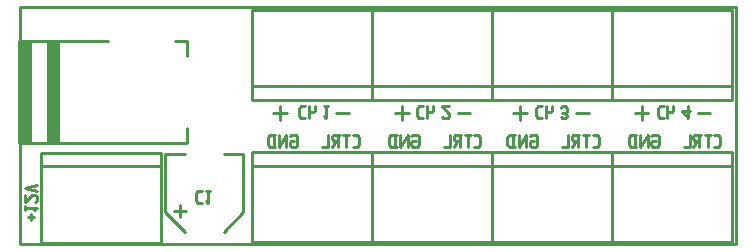
<source format=gbr>
G04 start of page 8 for group -4078 idx -4078 *
G04 Title: (unknown), bottomsilk *
G04 Creator: pcb 20110918 *
G04 CreationDate: Mon 25 Mar 2013 04:24:27 AM GMT UTC *
G04 For: ndholmes *
G04 Format: Gerber/RS-274X *
G04 PCB-Dimensions: 240000 80000 *
G04 PCB-Coordinate-Origin: lower left *
%MOIN*%
%FSLAX25Y25*%
%LNBOTTOMSILK*%
%ADD52C,0.0100*%
G54D52*X613Y79491D02*Y491D01*
X239113D01*
Y79491D01*
X613D01*
X186000Y44300D02*X190200D01*
X165000Y44400D02*X169600D01*
X167300Y42100D02*Y46700D01*
X191500Y33000D02*X192800D01*
X193500Y33700D02*X192800Y33000D01*
X193500Y33700D02*Y36300D01*
X192800Y37000D01*
X191500D02*X192800D01*
X188300D02*X190300D01*
X189300Y33000D02*Y37000D01*
X185100D02*X187100D01*
X185100D02*X184600Y36500D01*
Y35500D02*Y36500D01*
X185100Y35000D02*X184600Y35500D01*
X185100Y35000D02*X186600D01*
Y33000D02*Y37000D01*
X185800Y35000D02*X184600Y33000D01*
X183400D02*Y37000D01*
X181400Y33000D02*X183400D01*
X173313Y46491D02*X174613D01*
X172613Y45791D02*X173313Y46491D01*
X172613Y43191D02*Y45791D01*
Y43191D02*X173313Y42491D01*
X174613D01*
X175813D02*Y46491D01*
Y44991D02*X176313Y44491D01*
X177313D01*
X177813Y44991D01*
Y46491D01*
X180813Y42991D02*X181313Y42491D01*
X182313D01*
X182813Y42991D01*
X182313Y46491D02*X182813Y45991D01*
X181313Y46491D02*X182313D01*
X180813Y45991D02*X181313Y46491D01*
Y44291D02*X182313D01*
X182813Y42991D02*Y43791D01*
Y44791D02*Y45991D01*
Y44791D02*X182313Y44291D01*
X182813Y43791D02*X182313Y44291D01*
X226500Y44300D02*X230700D01*
X232000Y33000D02*X233300D01*
X234000Y33700D02*X233300Y33000D01*
X234000Y33700D02*Y36300D01*
X233300Y37000D01*
X232000D02*X233300D01*
X228800D02*X230800D01*
X229800Y33000D02*Y37000D01*
X225600D02*X227600D01*
X225600D02*X225100Y36500D01*
Y35500D02*Y36500D01*
X225600Y35000D02*X225100Y35500D01*
X225600Y35000D02*X227100D01*
Y33000D02*Y37000D01*
X226300Y35000D02*X225100Y33000D01*
X223900D02*Y37000D01*
X221900Y33000D02*X223900D01*
X171000Y37000D02*X170500Y36500D01*
X171000Y37000D02*X172500D01*
X173000Y36500D02*X172500Y37000D01*
X173000Y33500D02*Y36500D01*
Y33500D02*X172500Y33000D01*
X171000D02*X172500D01*
X171000D02*X170500Y33500D01*
Y34500D01*
X171000Y35000D02*X170500Y34500D01*
X171000Y35000D02*X172000D01*
X169300Y33000D02*Y37000D01*
X166800Y33000D01*
Y37000D01*
X165100Y33000D02*Y37000D01*
X163800D02*X163100Y36300D01*
Y33700D02*Y36300D01*
X163800Y33000D02*X163100Y33700D01*
X163800Y33000D02*X165600D01*
X163800Y37000D02*X165600D01*
X131513Y36991D02*X131013Y36491D01*
X131513Y36991D02*X133013D01*
X133513Y36491D02*X133013Y36991D01*
X133513Y33491D02*Y36491D01*
Y33491D02*X133013Y32991D01*
X131513D02*X133013D01*
X131513D02*X131013Y33491D01*
Y34491D01*
X131513Y34991D02*X131013Y34491D01*
X131513Y34991D02*X132513D01*
X129813Y32991D02*Y36991D01*
X127313Y32991D01*
Y36991D01*
X125613Y32991D02*Y36991D01*
X124313D02*X123613Y36291D01*
Y33691D02*Y36291D01*
X124313Y32991D02*X123613Y33691D01*
X124313Y32991D02*X126113D01*
X124313Y36991D02*X126113D01*
X152013Y32991D02*X153313D01*
X154013Y33691D02*X153313Y32991D01*
X154013Y33691D02*Y36291D01*
X153313Y36991D01*
X152013D02*X153313D01*
X148813D02*X150813D01*
X149813Y32991D02*Y36991D01*
X145613D02*X147613D01*
X145613D02*X145113Y36491D01*
Y35491D02*Y36491D01*
X145613Y34991D02*X145113Y35491D01*
X145613Y34991D02*X147113D01*
Y32991D02*Y36991D01*
X146313Y34991D02*X145113Y32991D01*
X143913D02*Y36991D01*
X141913Y32991D02*X143913D01*
X205500Y44400D02*X210100D01*
X207800Y42100D02*Y46700D01*
X211500Y37000D02*X211000Y36500D01*
X211500Y37000D02*X213000D01*
X213500Y36500D02*X213000Y37000D01*
X213500Y33500D02*Y36500D01*
Y33500D02*X213000Y33000D01*
X211500D02*X213000D01*
X211500D02*X211000Y33500D01*
Y34500D01*
X211500Y35000D02*X211000Y34500D01*
X211500Y35000D02*X212500D01*
X209800Y33000D02*Y37000D01*
X207300Y33000D01*
Y37000D01*
X205600Y33000D02*Y37000D01*
X204300D02*X203600Y36300D01*
Y33700D02*Y36300D01*
X204300Y33000D02*X203600Y33700D01*
X204300Y33000D02*X206100D01*
X204300Y37000D02*X206100D01*
X213813Y46491D02*X215113D01*
X213113Y45791D02*X213813Y46491D01*
X213113Y43191D02*Y45791D01*
Y43191D02*X213813Y42491D01*
X215113D01*
X216313D02*Y46491D01*
Y44991D02*X216813Y44491D01*
X217813D01*
X218313Y44991D01*
Y46491D01*
X221313Y44991D02*X223313Y42491D01*
X221313Y44991D02*X223813D01*
X223313Y42491D02*Y46491D01*
X91013Y36991D02*X90513Y36491D01*
X91013Y36991D02*X92513D01*
X93013Y36491D02*X92513Y36991D01*
X93013Y33491D02*Y36491D01*
Y33491D02*X92513Y32991D01*
X91013D02*X92513D01*
X91013D02*X90513Y33491D01*
Y34491D01*
X91013Y34991D02*X90513Y34491D01*
X91013Y34991D02*X92013D01*
X89313Y32991D02*Y36991D01*
X86813Y32991D01*
Y36991D01*
X85113Y32991D02*Y36991D01*
X83813D02*X83113Y36291D01*
Y33691D02*Y36291D01*
X83813Y32991D02*X83113Y33691D01*
X83813Y32991D02*X85613D01*
X83813Y36991D02*X85613D01*
X4113Y8691D02*Y10691D01*
X3113Y9691D02*X5113D01*
X5313Y11891D02*X6113Y12691D01*
X2113D02*X6113D01*
X2113Y11891D02*Y13391D01*
X5613Y14591D02*X6113Y15091D01*
Y16591D01*
X5613Y17091D01*
X4613D02*X5613D01*
X2113Y14591D02*X4613Y17091D01*
X2113Y14591D02*Y17091D01*
X6113Y18291D02*X2113Y19291D01*
X6113Y20291D01*
X111513Y32991D02*X112813D01*
X113513Y33691D02*X112813Y32991D01*
X113513Y33691D02*Y36291D01*
X112813Y36991D01*
X111513D02*X112813D01*
X108313D02*X110313D01*
X109313Y32991D02*Y36991D01*
X105113D02*X107113D01*
X105113D02*X104613Y36491D01*
Y35491D02*Y36491D01*
X105113Y34991D02*X104613Y35491D01*
X105113Y34991D02*X106613D01*
Y32991D02*Y36991D01*
X105813Y34991D02*X104613Y32991D01*
X103413D02*Y36991D01*
X101413Y32991D02*X103413D01*
X106013Y44291D02*X110213D01*
X85013Y44391D02*X89613D01*
X87313Y42091D02*Y46691D01*
X94313Y46491D02*X95613D01*
X93613Y45791D02*X94313Y46491D01*
X93613Y43191D02*Y45791D01*
Y43191D02*X94313Y42491D01*
X95613D01*
X96813D02*Y46491D01*
Y44991D02*X97313Y44491D01*
X98313D01*
X98813Y44991D01*
Y46491D01*
X101813Y43291D02*X102613Y42491D01*
Y46491D01*
X101813D02*X103313D01*
X125513Y44391D02*X130113D01*
X127813Y42091D02*Y46691D01*
X146513Y44291D02*X150713D01*
X133713Y46491D02*X135013D01*
X133013Y45791D02*X133713Y46491D01*
X133013Y43191D02*Y45791D01*
Y43191D02*X133713Y42491D01*
X135013D01*
X136213D02*Y46491D01*
Y44991D02*X136713Y44491D01*
X137713D01*
X138213Y44991D01*
Y46491D01*
X141213Y42991D02*X141713Y42491D01*
X143213D01*
X143713Y42991D01*
Y43991D01*
X141213Y46491D02*X143713Y43991D01*
X141213Y46491D02*X143713D01*
X198000Y1200D02*X238000D01*
X198000Y31200D02*X238000D01*
X198000Y26800D02*X238000D01*
Y31200D02*Y1200D01*
X198000Y31200D02*Y1200D01*
X158000D02*X198000D01*
X158000Y31200D02*X198000D01*
X158000Y26800D02*X198000D01*
Y31200D02*Y1200D01*
X158000Y31200D02*Y1200D01*
X198000Y78800D02*X238000D01*
X198000Y48800D02*X238000D01*
X198000Y53200D02*X238000D01*
X198000Y78800D02*Y48800D01*
X238000Y78800D02*Y48800D01*
X158000Y78800D02*X198000D01*
X158000Y48800D02*X198000D01*
X158000Y53200D02*X198000D01*
X158000Y78800D02*Y48800D01*
X198000Y78800D02*Y48800D01*
X118013Y78791D02*X158013D01*
X118013Y48791D02*X158013D01*
X118013Y53191D02*X158013D01*
X118013Y48791D02*Y78791D01*
X158013Y48791D02*Y78791D01*
X118013Y1191D02*X158013D01*
X118013Y31191D02*X158013D01*
X118013Y26791D02*X158013D01*
Y1191D02*Y31191D01*
X118013Y1191D02*Y31191D01*
X78013Y1191D02*X118013D01*
X78013Y31191D02*X118013D01*
X78013Y26791D02*X118013D01*
Y1191D02*Y31191D01*
X78013Y1191D02*Y31191D01*
X49064Y30648D02*X55560D01*
X68552D02*X75048D01*
Y11160D01*
X49064Y30648D02*Y11160D01*
X75048D02*X68552Y4664D01*
X49064Y11160D02*X55560Y4664D01*
X52056Y11656D02*X56056D01*
X54056Y13656D02*Y9656D01*
X7652Y1132D02*X47652D01*
X7652Y31132D02*X47652D01*
X7652Y26732D02*X47652D01*
Y31132D02*Y1132D01*
X7652Y31132D02*Y1132D01*
X78013Y78791D02*X118013D01*
X78013Y48791D02*X118013D01*
X78013Y53191D02*X118013D01*
X78013Y48791D02*Y78791D01*
X118013Y48791D02*Y78791D01*
X435Y68200D02*X29935D01*
X435D02*Y34200D01*
X56435D01*
Y39200D02*Y34200D01*
X52435Y68200D02*X56435D01*
Y63200D01*
X435Y68200D02*Y34200D01*
X935Y68200D02*Y34200D01*
X1435Y68200D02*Y34200D01*
X1935Y68200D02*Y34200D01*
X2435Y68200D02*Y34200D01*
X2935Y68200D02*Y34200D01*
X3435Y68200D02*Y34200D01*
X3935Y68200D02*Y34200D01*
X13435Y68200D02*Y34200D01*
X12935Y68200D02*Y34200D01*
X12435Y68200D02*Y34200D01*
X11935Y68200D02*Y34200D01*
X11435Y68200D02*Y34200D01*
X10935Y68200D02*Y34200D01*
X10435Y68200D02*Y34200D01*
X9935Y68200D02*Y34200D01*
X60044Y18312D02*X61344D01*
X59344Y17612D02*X60044Y18312D01*
X59344Y15012D02*Y17612D01*
Y15012D02*X60044Y14312D01*
X61344D01*
X62544Y15112D02*X63344Y14312D01*
Y18312D01*
X62544D02*X64044D01*
M02*

</source>
